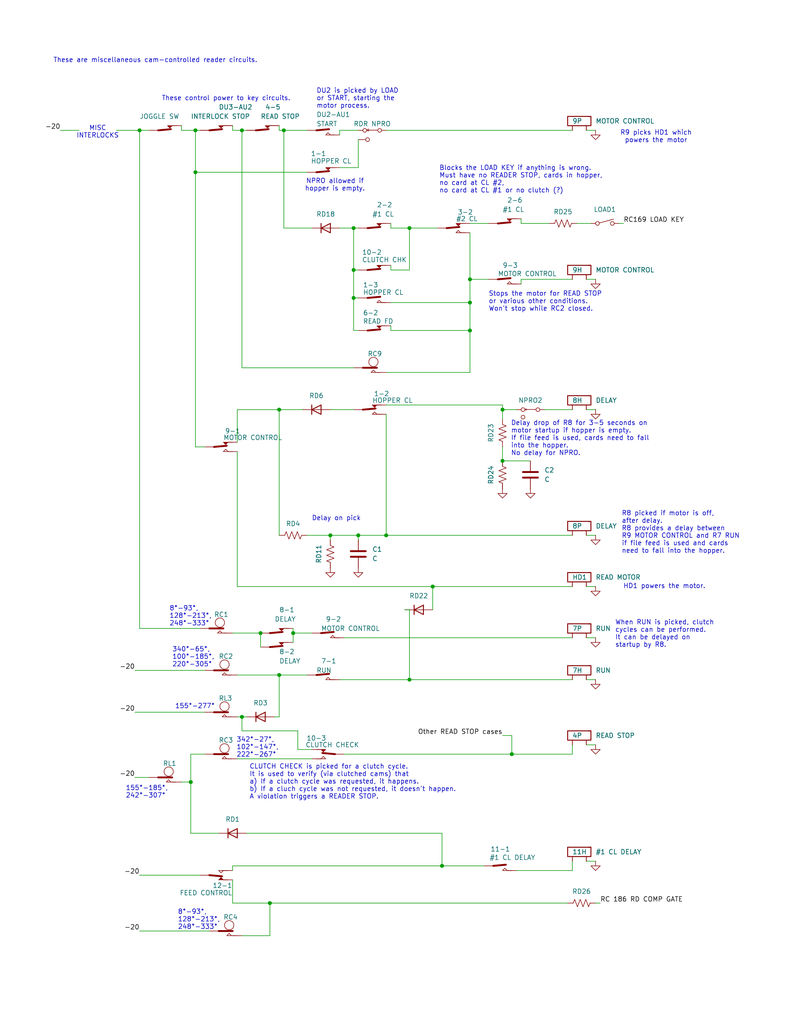
<source format=kicad_sch>
(kicad_sch (version 20231120) (generator "eeschema") (generator_version "8.0")
  (paper "USLetter" portrait)
  (title_block (title "IBM 1402 Reader Circuits") (date "2024-02-26") (rev "0.1") (comment 1 "Ken Shirriff"))
  (lib_symbols
    (symbol "Device:C" (pin_numbers hide) (pin_names (offset 0.254))
      (property "Reference" "C" (at 0.635 2.54 0))
      (property "Value" "C" (at 0.635 -2.54 0))
      (symbol "C_0_1"
        (polyline (pts (xy -2.032 -0.762) (xy 2.032 -0.762)) (stroke (width 0.508)))
        (polyline (pts (xy -2.032 0.762) (xy 2.032 0.762)) (stroke (width 0.508)))
      )
      (symbol "C_1_1"
        (pin passive line (at 0 3.81 270) (length 2.794) (name "~") (number "1"))
        (pin passive line (at 0 -3.81 90) (length 2.794) (name "~") (number "2"))
      )
    )
    (symbol "Device:R_US" (pin_numbers hide) (pin_names (offset 0))
      (property "Reference" "R" (at 2.54 0 90))
      (property "Value" "R_US" (at -2.54 0 90))
      (symbol "R_US_0_1"
        (polyline (pts (xy 0 -2.286) (xy 0 -2.54)))
        (polyline (pts (xy 0 2.286) (xy 0 2.54)))
        (polyline (pts (xy 0 -0.762) (xy 1.016 -1.143) (xy 0 -1.524) (xy -1.016 -1.905) (xy 0 -2.286)))
        (polyline (pts (xy 0 0.762) (xy 1.016 0.381) (xy 0 0) (xy -1.016 -0.381) (xy 0 -0.762)))
        (polyline (pts (xy 0 2.286) (xy 1.016 1.905) (xy 0 1.524) (xy -1.016 1.143) (xy 0 0.762)))
      )
      (symbol "R_US_1_1"
        (pin passive line (at 0 3.81 270) (length 1.27) (name "~") (number "1"))
        (pin passive line (at 0 -3.81 90) (length 1.27) (name "~") (number "2"))
      )
    )
    (symbol "Diode:1N4148W" (pin_numbers hide) (pin_names hide)
      (property "Reference" "D" (at 0 2.54 0))
      (property "Value" "1N4148W" (at 0 -2.54 0))
      (symbol "1N4148W_0_1"
        (polyline (pts (xy -1.27 1.27) (xy -1.27 -1.27)) (stroke (width 0.254)))
        (polyline (pts (xy 1.27 0) (xy -1.27 0)))
        (polyline (pts (xy 1.27 1.27) (xy 1.27 -1.27) (xy -1.27 0) (xy 1.27 1.27)) (stroke (width 0.254)))
      )
      (symbol "1N4148W_1_1"
        (pin passive line (at -3.81 0 0) (length 2.54) (name "K") (number "1"))
        (pin passive line (at 3.81 0 180) (length 2.54) (name "A") (number "2"))
      )
    )
    (symbol "ibm:GND" (power) (pin_names (offset 0))
      (symbol "GND_0_1"
        (polyline (pts (xy 0 0) (xy 0 -1.27) (xy 1.27 -1.27) (xy 0 -2.54) (xy -1.27 -1.27) (xy 0 -1.27)))
      )
      (symbol "GND_1_1"
        (pin passive line (at 0 0 0) (length 0) (name "") (number ""))
      )
    )
    (symbol "ibm:cam" (pin_numbers hide) (pin_names (offset 0) hide)
      (symbol "cam_0_0"
        (polyline (pts (xy 8.5632 -1.2675) (xy 6.0232 -1.2675) (xy 6.6582 -0.6325) (xy 7.2932 -1.2675)))
      )
      (symbol "cam_0_1"
        (polyline (pts (xy 3.81 0) (xy 7.62 0)) (stroke (width 0.508)))
        (circle (center 6.6753 1.5881) (radius 1.27))
      )
      (symbol "cam_1_1"
        (pin passive line (at 1.27 0 0) (length 2.54) (name "~") (number "1"))
        (pin passive line (at 10.16 -1.27 180) (length 2.54) (name "~") (number "3"))
      )
    )
    (symbol "ibm:relay-NC" (pin_numbers hide) (pin_names (offset 0) hide)
      (symbol "relay-NC_0_0"
        (polyline (pts (xy 8.89 1.27) (xy 6.35 1.27) (xy 6.985 0.635) (xy 7.62 1.27)) (fill (type outline)))
      )
      (symbol "relay-NC_0_1"
        (polyline (pts (xy 3.81 0) (xy 7.2603 0.3121)) (stroke (width 0.508)))
      )
      (symbol "relay-NC_1_1"
        (pin passive line (at 1.27 0 0) (length 2.54) (name "~") (number "1"))
        (pin passive line (at 10.16 1.27 180) (length 2.54) (name "~") (number "2"))
      )
    )
    (symbol "ibm:relay-NO" (pin_numbers hide) (pin_names (offset 0) hide)
      (symbol "relay-NO_0_0"
        (polyline (pts (xy 8.89 -1.27) (xy 6.35 -1.27) (xy 6.985 -0.635) (xy 7.62 -1.27)))
      )
      (symbol "relay-NO_0_1"
        (polyline (pts (xy 3.81 0) (xy 7.2603 0.3121)) (stroke (width 0.508)))
      )
      (symbol "relay-NO_1_1"
        (pin passive line (at 1.27 0 0) (length 2.54) (name "~") (number "1"))
        (pin passive line (at 10.16 -1.27 180) (length 2.54) (name "~") (number "3"))
      )
    )
    (symbol "ibm:relay-NONC" (pin_numbers hide) (pin_names (offset 0) hide)
      (symbol "relay-NONC_0_0"
        (polyline (pts (xy 8.89 -1.27) (xy 6.35 -1.27) (xy 6.985 -0.635) (xy 7.62 -1.27)))
        (polyline (pts (xy 8.89 1.27) (xy 6.35 1.27) (xy 6.985 0.635) (xy 7.62 1.27)) (fill (type outline)))
      )
      (symbol "relay-NONC_0_1"
        (polyline (pts (xy 3.81 0) (xy 7.2603 0.3121)) (stroke (width 0.508)))
      )
      (symbol "relay-NONC_1_1"
        (pin passive line (at 1.27 0 0) (length 2.54) (name "~") (number "1"))
        (pin passive line (at 10.16 1.27 180) (length 2.54) (name "~") (number "2"))
        (pin passive line (at 10.16 -1.27 180) (length 2.54) (name "~") (number "3"))
      )
    )
    (symbol "ibm:relay-coil" (pin_numbers hide) (pin_names (offset 0) hide)
      (property "Reference" "R" (at -2.54 5.08 0))
      (property "Value" "relay-coil" (at -2.54 2.54 0))
      (symbol "relay-coil_0_1"
        (rectangle (start -3.81 1.27) (end 2.54 -1.27) (stroke (width 0.254)))
        (polyline (pts (xy 1.905 1.27) (xy 2.54 1.27)) (stroke (width 0.254)))
      )
      (symbol "relay-coil_1_1"
        (pin passive line (at -2.54 -2.54 90) (length 1.27) (name "~") (number "1"))
        (pin passive line (at 1.27 -2.54 90) (length 1.27) (name "~") (number "2"))
      )
    )
    (symbol "ibm:switch" (pin_names (offset 0) hide)
      (property "Reference" "SW" (at 0 3.81 0))
      (symbol "switch_0_0"
        (circle (center -2.032 0) (radius 0.508))
        (polyline (pts (xy -1.524 0.127) (xy 2.3622 1.1684)))
        (circle (center 2.032 0) (radius 0.508))
      )
      (symbol "switch_0_1"
        (polyline (pts (xy -3.81 0) (xy -2.54 0)))
        (polyline (pts (xy 3.81 0) (xy 2.54 0)))
      )
      (symbol "switch_1_1"
        (pin passive line (at -3.81 0 0) (length 0) (name "~") (number ""))
        (pin passive line (at 3.81 0 180) (length 0) (name "~") (number ""))
      )
    )
    (symbol "ibm:switch_NC" (pin_names (offset 0) hide)
      (property "Reference" "SW" (at 0 3.81 0))
      (symbol "switch_NC_0_0"
        (circle (center -2.032 0) (radius 0.508))
        (polyline (pts (xy -1.522 0.0565) (xy 1.4768 0.051)))
        (circle (center 2.0255 -2.0414) (radius 0.508))
        (circle (center 2.032 0) (radius 0.508))
      )
      (symbol "switch_NC_0_1"
        (polyline (pts (xy -3.81 0) (xy -2.54 0)))
        (polyline (pts (xy 3.81 0) (xy 2.54 0)))
      )
      (symbol "switch_NC_1_1"
        (polyline (pts (xy 1.1261 -0.1247) (xy 1.3933 0.0233)))
        (polyline (pts (xy 1.1261 0.2317) (xy 1.3933 0.0837)))
        (pin passive line (at -3.81 0 0) (length 0) (name "~") (number ""))
        (pin passive line (at 3.81 0 180) (length 0) (name "~") (number ""))
      )
    )
    (symbol "ibm:switch_NONC" (pin_names (offset 0) hide)
      (property "Reference" "SW" (at 0 3.81 0))
      (symbol "switch_NONC_0_0"
        (circle (center -2.032 0) (radius 0.508))
        (polyline (pts (xy -1.522 0.0565) (xy 1.4768 0.051)))
        (circle (center 1.27 -2.54) (radius 0.508))
        (circle (center 2.032 0) (radius 0.508))
      )
      (symbol "switch_NONC_0_1"
        (polyline (pts (xy -3.81 0) (xy -2.54 0)))
        (polyline (pts (xy 3.81 -2.54) (xy 1.8373 -2.5335)))
        (polyline (pts (xy 3.81 0) (xy 2.54 0)))
      )
      (symbol "switch_NONC_1_1"
        (polyline (pts (xy 0.9317 -0.2097) (xy 1.3933 0.0233)))
        (polyline (pts (xy 0.9317 0.3599) (xy 1.3933 0.0837)))
        (pin passive line (at -3.81 0 0) (length 0) (name "~") (number ""))
        (pin passive line (at 3.81 -2.54 180) (length 0) (name "~") (number ""))
        (pin passive line (at 3.81 0 180) (length 0) (name "~") (number ""))
      )
    )
  )
  (junction (at 90.17 146.05))
  (junction (at 66.04 195.58))
  (junction (at 128.27 90.17))
  (junction (at 128.27 76.2))
  (junction (at 71.12 172.72))
  (junction (at 96.52 73.66))
  (junction (at 111.76 62.23))
  (junction (at 97.79 146.05))
  (junction (at 52.07 213.36))
  (junction (at 96.52 62.23))
  (junction (at 105.41 146.05))
  (junction (at 73.66 246.38))
  (junction (at 139.7 205.74))
  (junction (at 77.47 35.56))
  (junction (at 118.11 160.02))
  (junction (at 120.65 236.22))
  (junction (at 137.16 125.73))
  (junction (at 53.34 46.99))
  (junction (at 137.16 111.76))
  (junction (at 66.04 35.56))
  (junction (at 96.52 81.28))
  (junction (at 76.2 184.15))
  (junction (at 53.34 35.56))
  (junction (at 38.1 35.56))
  (junction (at 111.76 185.42))
  (junction (at 80.01 172.72))
  (junction (at 128.27 82.55))
  (junction (at 76.2 111.76))
  (wire (pts (xy 128.27 82.55) (xy 128.27 90.17)))
  (wire (pts (xy 106.68 72.39) (xy 106.68 73.66)))
  (wire (pts (xy 128.27 60.96) (xy 133.35 60.96)))
  (wire (pts (xy 156.21 203.2) (xy 156.21 205.74)))
  (wire (pts (xy 64.77 207.01) (xy 85.09 207.01)))
  (wire (pts (xy 128.27 76.2) (xy 128.27 82.55)))
  (wire (pts (xy 76.2 111.76) (xy 82.55 111.76)))
  (wire (pts (xy 90.17 111.76) (xy 96.52 111.76)))
  (wire (pts (xy 36.83 212.09) (xy 40.64 212.09)))
  (wire (pts (xy 118.11 160.02) (xy 156.21 160.02)))
  (wire (pts (xy 137.16 121.92) (xy 137.16 125.73)))
  (wire (pts (xy 96.52 90.17) (xy 97.79 90.17)))
  (wire (pts (xy 66.04 195.58) (xy 66.04 199.39)))
  (wire (pts (xy 67.31 195.58) (xy 66.04 195.58)))
  (wire (pts (xy 81.28 199.39) (xy 81.28 204.47)))
  (wire (pts (xy 80.01 172.72) (xy 80.01 175.26)))
  (wire (pts (xy 120.65 236.22) (xy 63.5 236.22)))
  (wire (pts (xy 76.2 111.76) (xy 76.2 146.05)))
  (wire (pts (xy 80.01 171.45) (xy 80.01 172.72)))
  (wire (pts (xy 137.16 111.76) (xy 137.16 114.3)))
  (wire (pts (xy 160.02 234.95) (xy 162.56 234.95)))
  (wire (pts (xy 66.04 35.56) (xy 66.04 100.33)))
  (wire (pts (xy 36.83 194.31) (xy 55.88 194.31)))
  (wire (pts (xy 128.27 63.5) (xy 128.27 76.2)))
  (wire (pts (xy 140.97 237.49) (xy 156.21 237.49)))
  (wire (pts (xy 160.02 160.02) (xy 162.56 160.02)))
  (wire (pts (xy 83.82 146.05) (xy 90.17 146.05)))
  (wire (pts (xy 76.2 195.58) (xy 74.93 195.58)))
  (wire (pts (xy 66.04 199.39) (xy 81.28 199.39)))
  (wire (pts (xy 52.07 213.36) (xy 52.07 227.33)))
  (wire (pts (xy 160.02 146.05) (xy 162.56 146.05)))
  (wire (pts (xy 67.31 227.33) (xy 120.65 227.33)))
  (wire (pts (xy 97.79 147.32) (xy 97.79 146.05)))
  (wire (pts (xy 139.7 200.66) (xy 139.7 205.74)))
  (wire (pts (xy 96.52 62.23) (xy 96.52 73.66)))
  (wire (pts (xy 77.47 35.56) (xy 77.47 62.23)))
  (wire (pts (xy 64.77 160.02) (xy 118.11 160.02)))
  (wire (pts (xy 49.53 34.29) (xy 49.53 35.56)))
  (wire (pts (xy 105.41 35.56) (xy 156.21 35.56)))
  (wire (pts (xy 52.07 213.36) (xy 52.07 205.74)))
  (wire (pts (xy 111.76 62.23) (xy 111.76 73.66)))
  (wire (pts (xy 106.68 90.17) (xy 128.27 90.17)))
  (wire (pts (xy 105.41 101.6) (xy 128.27 101.6)))
  (wire (pts (xy 157.48 60.96) (xy 161.29 60.96)))
  (wire (pts (xy 139.7 200.66) (xy 137.16 200.66)))
  (wire (pts (xy 36.83 182.88) (xy 55.88 182.88)))
  (wire (pts (xy 142.24 77.47) (xy 142.24 76.2)))
  (wire (pts (xy 64.77 111.76) (xy 64.77 120.65)))
  (wire (pts (xy 160.02 111.76) (xy 162.56 111.76)))
  (wire (pts (xy 105.41 146.05) (xy 105.41 113.03)))
  (wire (pts (xy 97.79 81.28) (xy 96.52 81.28)))
  (wire (pts (xy 162.56 246.38) (xy 163.83 246.38)))
  (wire (pts (xy 105.41 110.49) (xy 137.16 110.49)))
  (wire (pts (xy 142.24 60.96) (xy 149.86 60.96)))
  (wire (pts (xy 73.66 246.38) (xy 63.5 246.38)))
  (wire (pts (xy 142.24 76.2) (xy 156.21 76.2)))
  (wire (pts (xy 92.71 35.56) (xy 97.79 35.56)))
  (wire (pts (xy 168.91 60.96) (xy 170.18 60.96)))
  (wire (pts (xy 71.12 172.72) (xy 71.12 176.53)))
  (wire (pts (xy 53.34 35.56) (xy 54.61 35.56)))
  (wire (pts (xy 111.76 166.37) (xy 111.76 185.42)))
  (wire (pts (xy 66.04 195.58) (xy 64.77 195.58)))
  (wire (pts (xy 63.5 34.29) (xy 63.5 35.56)))
  (wire (pts (xy 76.2 35.56) (xy 77.47 35.56)))
  (wire (pts (xy 93.98 173.99) (xy 156.21 173.99)))
  (wire (pts (xy 128.27 90.17) (xy 128.27 101.6)))
  (wire (pts (xy 64.77 123.19) (xy 64.77 160.02)))
  (wire (pts (xy 96.52 81.28) (xy 96.52 90.17)))
  (wire (pts (xy 92.71 62.23) (xy 96.52 62.23)))
  (wire (pts (xy 106.68 60.96) (xy 106.68 62.23)))
  (wire (pts (xy 63.5 240.03) (xy 63.5 246.38)))
  (wire (pts (xy 106.68 88.9) (xy 106.68 90.17)))
  (wire (pts (xy 64.77 111.76) (xy 76.2 111.76)))
  (wire (pts (xy 76.2 184.15) (xy 76.2 195.58)))
  (wire (pts (xy 106.68 62.23) (xy 111.76 62.23)))
  (wire (pts (xy 63.5 236.22) (xy 63.5 237.49)))
  (wire (pts (xy 38.1 238.76) (xy 54.61 238.76)))
  (wire (pts (xy 53.34 121.92) (xy 55.88 121.92)))
  (wire (pts (xy 142.24 59.69) (xy 142.24 60.96)))
  (wire (pts (xy 156.21 111.76) (xy 148.59 111.76)))
  (wire (pts (xy 90.17 146.05) (xy 90.17 147.32)))
  (wire (pts (xy 66.04 255.27) (xy 73.66 255.27)))
  (wire (pts (xy 93.98 205.74) (xy 139.7 205.74)))
  (wire (pts (xy 106.68 73.66) (xy 111.76 73.66)))
  (wire (pts (xy 38.1 171.45) (xy 54.61 171.45)))
  (wire (pts (xy 52.07 205.74) (xy 55.88 205.74)))
  (wire (pts (xy 38.1 35.56) (xy 40.64 35.56)))
  (wire (pts (xy 160.02 185.42) (xy 162.56 185.42)))
  (wire (pts (xy 105.41 146.05) (xy 97.79 146.05)))
  (wire (pts (xy 97.79 38.1) (xy 97.79 45.72)))
  (wire (pts (xy 156.21 146.05) (xy 105.41 146.05)))
  (wire (pts (xy 64.77 184.15) (xy 76.2 184.15)))
  (wire (pts (xy 92.71 36.83) (xy 92.71 35.56)))
  (wire (pts (xy 154.94 246.38) (xy 73.66 246.38)))
  (wire (pts (xy 80.01 172.72) (xy 85.09 172.72)))
  (wire (pts (xy 160.02 203.2) (xy 162.56 203.2)))
  (wire (pts (xy 66.04 35.56) (xy 67.31 35.56)))
  (wire (pts (xy 96.52 62.23) (xy 97.79 62.23)))
  (wire (pts (xy 53.34 46.99) (xy 83.82 46.99)))
  (wire (pts (xy 31.75 35.56) (xy 38.1 35.56)))
  (wire (pts (xy 137.16 111.76) (xy 137.16 110.49)))
  (wire (pts (xy 160.02 76.2) (xy 162.56 76.2)))
  (wire (pts (xy 63.5 172.72) (xy 71.12 172.72)))
  (wire (pts (xy 106.68 82.55) (xy 128.27 82.55)))
  (wire (pts (xy 63.5 35.56) (xy 66.04 35.56)))
  (wire (pts (xy 139.7 205.74) (xy 156.21 205.74)))
  (wire (pts (xy 66.04 100.33) (xy 96.52 100.33)))
  (wire (pts (xy 137.16 125.73) (xy 144.78 125.73)))
  (wire (pts (xy 160.02 173.99) (xy 162.56 173.99)))
  (wire (pts (xy 52.07 227.33) (xy 59.69 227.33)))
  (wire (pts (xy 77.47 35.56) (xy 83.82 35.56)))
  (wire (pts (xy 77.47 62.23) (xy 85.09 62.23)))
  (wire (pts (xy 53.34 35.56) (xy 49.53 35.56)))
  (wire (pts (xy 96.52 73.66) (xy 96.52 81.28)))
  (wire (pts (xy 76.2 184.15) (xy 83.82 184.15)))
  (wire (pts (xy 120.65 227.33) (xy 120.65 236.22)))
  (wire (pts (xy 81.28 204.47) (xy 85.09 204.47)))
  (wire (pts (xy 111.76 185.42) (xy 156.21 185.42)))
  (wire (pts (xy 92.71 45.72) (xy 97.79 45.72)))
  (wire (pts (xy 90.17 146.05) (xy 97.79 146.05)))
  (wire (pts (xy 57.15 254) (xy 38.1 254)))
  (wire (pts (xy 53.34 46.99) (xy 53.34 121.92)))
  (wire (pts (xy 53.34 35.56) (xy 53.34 46.99)))
  (wire (pts (xy 38.1 35.56) (xy 38.1 171.45)))
  (wire (pts (xy 160.02 35.56) (xy 162.56 35.56)))
  (wire (pts (xy 92.71 185.42) (xy 111.76 185.42)))
  (wire (pts (xy 52.07 213.36) (xy 49.53 213.36)))
  (wire (pts (xy 120.65 236.22) (xy 132.08 236.22)))
  (wire (pts (xy 128.27 76.2) (xy 133.35 76.2)))
  (wire (pts (xy 111.76 62.23) (xy 119.38 62.23)))
  (wire (pts (xy 73.66 246.38) (xy 73.66 255.27)))
  (wire (pts (xy 156.21 234.95) (xy 156.21 237.49)))
  (wire (pts (xy 118.11 160.02) (xy 118.11 166.37)))
  (wire (pts (xy 16.51 35.56) (xy 21.59 35.56)))
  (wire (pts (xy 96.52 73.66) (xy 97.79 73.66)))
  (wire (pts (xy 111.76 166.37) (xy 110.49 166.37)))
  (wire (pts (xy 137.16 111.76) (xy 140.97 111.76)))
  (wire (pts (xy 76.2 34.29) (xy 76.2 35.56)))
  (text "Stops the motor for READ STOP\nor various other conditions.\nWon't stop while RC2 closed." (at 133.35 85.09 0) (effects (font (size 1.27 1.27)) (justify left bottom)))
  (text "155°-277°" (at 47.752 192.786 0) (effects (font (size 1.27 1.27)) (justify left)))
  (text "R9 picks HD1 which\npowers the motor" (at 179.07 37.338 0) (effects (font (size 1.27 1.27))))
  (text "Delay on pick" (at 85.09 142.24 0) (effects (font (size 1.27 1.27)) (justify left bottom)))
  (text "CLUTCH CHECK is picked for a clutch cycle.\nIt is used to verify (via clutched cams) that\na) If a clutch cycle was requested, it happens.\nb) If a cluch cycle was not requested, it doesn't happen.\nA violation triggers a READER STOP." (at 68.072 218.186 0) (effects (font (size 1.27 1.27)) (justify left bottom)))
  (text "MISC\nINTERLOCKS" (at 26.67 37.846 0) (effects (font (size 1.27 1.27)) (justify bottom)))
  (text "8°-93°,\n128°-213°,\n248°-333°" (at 46.228 168.148 0) (effects (font (size 1.27 1.27)) (justify left)))
  (text "Delay drop of R8 for 3-5 seconds on\nmotor startup if hopper is empty.\nIf file feed is used, cards need to fall\ninto the hopper.\nNo delay for NPRO." (at 139.446 124.46 0) (effects (font (size 1.27 1.27)) (justify left bottom)))
  (text "These control power to key circuits." (at 61.722 26.924 0) (effects (font (size 1.27 1.27))))
  (text "These are miscellaneous cam-controlled reader circuits." (at 42.418 16.51 0) (effects (font (size 1.27 1.27))))
  (text "340°-65°,\n100°-185°,\n220°-305°" (at 46.99 179.324 0) (effects (font (size 1.27 1.27)) (justify left)))
  (text "Blocks the LOAD KEY if anything is wrong.\nMust have no READER STOP, cards in hopper,\nno card at CL #2,\nno card at CL #1 or no clutch (?)" (at 119.888 52.832 0) (effects (font (size 1.27 1.27)) (justify left bottom)))
  (text "DU2 is picked by LOAD\nor START, starting the\nmotor process." (at 86.36 26.924 0) (effects (font (size 1.27 1.27)) (justify left)))
  (text "8°-93°,\n128°-213°,\n248°-333°" (at 48.514 250.952 0) (effects (font (size 1.27 1.27)) (justify left)))
  (text "NPRO allowed if\nhopper is empty." (at 91.44 50.546 0) (effects (font (size 1.27 1.27))))
  (text "155°-185°,\n242°-307°" (at 34.29 216.154 0) (effects (font (size 1.27 1.27)) (justify left)))
  (text "342°-27°,\n102°-147°,\n222°-267°" (at 64.516 203.962 0) (effects (font (size 1.27 1.27)) (justify left)))
  (text "HD1 powers the motor." (at 181.356 160.02 0) (effects (font (size 1.27 1.27))))
  (text "R8 picked if motor is off,\nafter delay.\nR8 provides a delay between\nR9 MOTOR CONTROL and R7 RUN\nif file feed is used and cards\nneed to fall into the hopper." (at 169.672 151.13 0) (effects (font (size 1.27 1.27)) (justify left bottom)))
  (text "When RUN is picked, clutch\ncycles can be performed.\nIt can be delayed on\nstartup by R8." (at 167.894 172.974 0) (effects (font (size 1.27 1.27)) (justify left)))
  (label "-20" (at 38.1 238.76 180))
  (label "-20" (at 36.83 182.88 180))
  (label "-20" (at 36.83 212.09 180))
  (label "RC 186 RD COMP GATE" (at 163.83 246.38 0))
  (label "-20" (at 16.51 35.56 180))
  (label "Other READ STOP cases" (at 137.16 200.66 180))
  (label "RC169 LOAD KEY" (at 170.18 60.96 0))
  (label "-20" (at 36.83 194.31 180))
  (label "-20" (at 38.1 254 180))
  (symbol (lib_id "ibm:switch") (at 165.1 60.96 0) (unit 1)
    (property "Reference" "LOAD1" (at 165.1 57.15 0))
    (property "Value" "switch" (effects (hide yes)))
  )
  (symbol (lib_id "ibm:relay-coil") (at 158.75 182.88 0) (unit 1)
    (property "Reference" "7H" (at 156.21 182.88 0) (effects (justify left)))
    (property "Value" "RUN" (at 162.56 182.88 0) (effects (justify left)))
  )
  (symbol (lib_id "Device:R_US") (at 153.67 60.96 90) (unit 1)
    (property "Reference" "RD25" (at 153.67 57.785 90))
    (property "Value" "R_US" (effects (hide yes)))
  )
  (symbol (lib_id "ibm:relay-coil") (at 158.75 73.66 0) (unit 1)
    (property "Reference" "9H" (at 156.21 73.66 0) (effects (justify left)))
    (property "Value" "MOTOR CONTROL" (at 162.56 73.66 0) (effects (justify left)))
  )
  (symbol (lib_id "ibm:relay-NC") (at 69.85 172.72 0) (unit 1)
    (property "Reference" "8-1" (at 76.2 166.37 0) (effects (justify left)))
    (property "Value" "DELAY" (at 74.93 168.91 0) (effects (justify left)))
  )
  (symbol (lib_id "ibm:relay-coil") (at 158.75 157.48 0) (unit 1)
    (property "Reference" "HD1" (at 156.21 157.48 0) (effects (justify left)))
    (property "Value" "READ MOTOR" (at 162.56 157.48 0) (effects (justify left)))
  )
  (symbol (lib_id "Device:C") (at 97.79 151.13 0) (unit 1)
    (property "Reference" "C1" (at 101.6 149.86 0) (effects (justify left)))
    (property "Value" "C" (at 101.6 152.4 0) (effects (justify left)))
  )
  (symbol (lib_id "Diode:1N4148W") (at 71.12 195.58 0) (unit 1)
    (property "Reference" "RD3" (at 71.12 191.77 0))
    (property "Value" "1N4148W" (effects (hide yes)))
    (property "Footprint" "Diode_SMD:D_SOD-123" (effects (hide yes)))
    (property "Datasheet" "https://www.vishay.com/docs/85748/1n4148w.pdf" (effects (hide yes)))
    (property "Sim.Device" "D" (effects (hide yes)))
    (property "Sim.Pins" "1=K 2=A" (effects (hide yes)))
  )
  (symbol (lib_id "ibm:switch_NC") (at 144.78 111.76 0) (mirror y) (unit 1)
    (property "Reference" "NPRO2" (at 144.78 109.22 0))
    (property "Value" "switch" (effects (hide yes)))
  )
  (symbol (lib_id "ibm:relay-coil") (at 158.75 33.02 0) (unit 1)
    (property "Reference" "9P" (at 156.21 33.02 0) (effects (justify left)))
    (property "Value" "MOTOR CONTROL" (at 162.56 33.02 0) (effects (justify left)))
  )
  (symbol (lib_id "ibm:relay-NC") (at 82.55 46.99 0) (unit 1)
    (property "Reference" "1-1" (at 84.836 41.91 0) (effects (justify left)))
    (property "Value" "HOPPER CL" (at 84.836 43.942 0) (effects (justify left)))
  )
  (symbol (lib_id "ibm:relay-NO") (at 96.52 81.28 0) (unit 1)
    (property "Reference" "1-3" (at 99.06 77.724 0) (effects (justify left)))
    (property "Value" "HOPPER CL" (at 99.06 79.756 0) (effects (justify left)))
  )
  (symbol (lib_id "ibm:GND") (at 97.79 154.94 0) (unit 1)
    (property "Reference" "#PWR02" (effects (hide yes)))
    (property "Value" "GND" (effects (hide yes)))
  )
  (symbol (lib_id "ibm:switch_NONC") (at 101.6 35.56 0) (mirror y) (unit 1)
    (property "Reference" "SW3" (effects (hide yes)))
    (property "Value" "RDR NPRO" (at 101.6 33.782 0))
  )
  (symbol (lib_id "Diode:1N4148W") (at 86.36 111.76 0) (unit 1)
    (property "Reference" "RD6" (at 86.36 107.95 0))
    (property "Value" "1N4148W" (effects (hide yes)))
    (property "Footprint" "Diode_SMD:D_SOD-123" (effects (hide yes)))
    (property "Datasheet" "https://www.vishay.com/docs/85748/1n4148w.pdf" (effects (hide yes)))
    (property "Sim.Device" "D" (effects (hide yes)))
    (property "Sim.Pins" "1=K 2=A" (effects (hide yes)))
  )
  (symbol (lib_id "Diode:1N4148W") (at 88.9 62.23 0) (unit 1)
    (property "Reference" "RD18" (at 88.9 58.42 0))
    (property "Value" "1N4148W" (effects (hide yes)))
    (property "Footprint" "Diode_SMD:D_SOD-123" (effects (hide yes)))
    (property "Datasheet" "https://www.vishay.com/docs/85748/1n4148w.pdf" (effects (hide yes)))
    (property "Sim.Device" "D" (effects (hide yes)))
    (property "Sim.Pins" "1=K 2=A" (effects (hide yes)))
  )
  (symbol (lib_id "Device:R_US") (at 137.16 129.54 180) (unit 1)
    (property "Reference" "RD24" (at 133.985 129.54 90))
    (property "Value" "R_US" (effects (hide yes)))
  )
  (symbol (lib_id "ibm:GND") (at 162.56 76.2 0) (unit 1)
    (property "Reference" "#PWR018" (effects (hide yes)))
    (property "Value" "GND" (effects (hide yes)))
  )
  (symbol (lib_id "ibm:relay-coil") (at 158.75 171.45 0) (unit 1)
    (property "Reference" "7P" (at 156.21 171.45 0) (effects (justify left)))
    (property "Value" "RUN" (at 162.56 171.45 0) (effects (justify left)))
  )
  (symbol (lib_id "ibm:cam") (at 54.61 194.31 0) (unit 1)
    (property "Reference" "RL3" (at 59.69 190.5 0) (effects (justify left)))
  )
  (symbol (lib_id "ibm:relay-NONC") (at 95.25 205.74 0) (mirror y) (unit 1)
    (property "Reference" "10-3" (at 86.36 200.66 0) (effects (justify top)))
    (property "Value" "CLUTCH CHECK" (at 98.044 203.2 0) (effects (justify left)))
  )
  (symbol (lib_id "ibm:GND") (at 162.56 185.42 0) (unit 1)
    (property "Reference" "#PWR017" (effects (hide yes)))
    (property "Value" "GND" (effects (hide yes)))
  )
  (symbol (lib_id "ibm:relay-NC") (at 39.37 35.56 0) (unit 1)
    (property "Reference" "DU3-AU1" (effects (hide yes)))
    (property "Value" "JOGGLE SW" (at 38.1 31.75 0) (effects (justify left)))
  )
  (symbol (lib_id "ibm:relay-NONC") (at 54.61 121.92 0) (unit 1)
    (property "Reference" "9-1" (at 63.5 116.84 0) (effects (justify top)))
    (property "Value" "MOTOR CONTROL" (at 60.96 119.38 0) (effects (justify left)))
  )
  (symbol (lib_id "ibm:relay-NC") (at 66.04 35.56 0) (unit 1)
    (property "Reference" "4-5" (at 72.39 29.21 0) (effects (justify left)))
    (property "Value" "READ STOP" (at 71.12 31.75 0) (effects (justify left)))
  )
  (symbol (lib_id "Device:R_US") (at 80.01 146.05 90) (unit 1)
    (property "Reference" "RD4" (at 80.01 142.875 90))
    (property "Value" "R_US" (effects (hide yes)))
  )
  (symbol (lib_id "ibm:GND") (at 162.56 203.2 0) (unit 1)
    (property "Reference" "#PWR011" (effects (hide yes)))
    (property "Value" "GND" (effects (hide yes)))
  )
  (symbol (lib_id "ibm:relay-coil") (at 158.75 200.66 0) (unit 1)
    (property "Reference" "4P" (at 156.21 200.66 0) (effects (justify left)))
    (property "Value" "READ STOP" (at 162.56 200.66 0) (effects (justify left)))
  )
  (symbol (lib_id "ibm:relay-NO") (at 132.08 76.2 0) (unit 1)
    (property "Reference" "9-3" (at 137.16 72.39 0) (effects (justify left)))
    (property "Value" "MOTOR CONTROL" (at 135.89 74.676 0) (effects (justify left)))
  )
  (symbol (lib_id "Device:R_US") (at 90.17 151.13 180) (unit 1)
    (property "Reference" "RD11" (at 86.995 151.13 90))
    (property "Value" "R_US" (effects (hide yes)))
  )
  (symbol (lib_id "ibm:cam") (at 39.37 212.09 0) (unit 1)
    (property "Reference" "RL1" (at 44.45 208.28 0) (effects (justify left)))
  )
  (symbol (lib_id "ibm:relay-coil") (at 158.75 109.22 0) (unit 1)
    (property "Reference" "8H" (at 156.21 109.22 0) (effects (justify left)))
    (property "Value" "DELAY" (at 162.56 109.22 0) (effects (justify left)))
  )
  (symbol (lib_id "ibm:relay-NO") (at 82.55 35.56 0) (unit 1)
    (property "Reference" "DU2-AU1" (at 86.36 31.242 0) (effects (justify left)))
    (property "Value" "START" (at 86.36 33.782 0) (effects (justify left)))
  )
  (symbol (lib_id "Diode:1N4148W") (at 114.3 166.37 0) (unit 1)
    (property "Reference" "RD22" (at 114.3 162.56 0))
    (property "Value" "1N4148W" (effects (hide yes)))
    (property "Footprint" "Diode_SMD:D_SOD-123" (effects (hide yes)))
    (property "Datasheet" "https://www.vishay.com/docs/85748/1n4148w.pdf" (effects (hide yes)))
    (property "Sim.Device" "D" (effects (hide yes)))
    (property "Sim.Pins" "1=K 2=A" (effects (hide yes)))
  )
  (symbol (lib_id "Device:C") (at 144.78 129.54 0) (unit 1)
    (property "Reference" "C2" (at 148.59 128.27 0) (effects (justify left)))
    (property "Value" "C" (at 148.59 130.81 0) (effects (justify left)))
  )
  (symbol (lib_id "Diode:1N4148W") (at 63.5 227.33 0) (unit 1)
    (property "Reference" "RD1" (at 63.5 223.52 0))
    (property "Value" "1N4148W" (effects (hide yes)))
    (property "Footprint" "Diode_SMD:D_SOD-123" (effects (hide yes)))
    (property "Datasheet" "https://www.vishay.com/docs/85748/1n4148w.pdf" (effects (hide yes)))
    (property "Sim.Device" "D" (effects (hide yes)))
    (property "Sim.Pins" "1=K 2=A" (effects (hide yes)))
  )
  (symbol (lib_id "ibm:GND") (at 162.56 111.76 0) (unit 1)
    (property "Reference" "#PWR019" (effects (hide yes)))
    (property "Value" "GND" (effects (hide yes)))
  )
  (symbol (lib_id "ibm:GND") (at 162.56 173.99 0) (unit 1)
    (property "Reference" "#PWR024" (effects (hide yes)))
    (property "Value" "GND" (effects (hide yes)))
  )
  (symbol (lib_id "ibm:GND") (at 162.56 35.56 0) (unit 1)
    (property "Reference" "#PWR05" (effects (hide yes)))
    (property "Value" "GND" (effects (hide yes)))
  )
  (symbol (lib_id "ibm:relay-NO") (at 130.81 236.22 0) (unit 1)
    (property "Reference" "11-1" (at 133.858 231.648 0) (effects (justify left)))
    (property "Value" "#1 CL DELAY" (at 133.604 233.934 0) (effects (justify left)))
  )
  (symbol (lib_id "ibm:GND") (at 162.56 146.05 0) (unit 1)
    (property "Reference" "#PWR020" (effects (hide yes)))
    (property "Value" "GND" (effects (hide yes)))
  )
  (symbol (lib_id "ibm:relay-NC") (at 132.08 60.96 0) (unit 1)
    (property "Reference" "2-6" (at 138.43 54.61 0) (effects (justify left)))
    (property "Value" "#1 CL" (at 137.16 57.15 0) (effects (justify left)))
  )
  (symbol (lib_id "ibm:relay-NC") (at 96.52 62.23 0) (unit 1)
    (property "Reference" "2-2" (at 102.87 55.88 0) (effects (justify left)))
    (property "Value" "#1 CL" (at 101.6 58.42 0) (effects (justify left)))
  )
  (symbol (lib_id "ibm:relay-NC") (at 96.52 73.66 0) (unit 1)
    (property "Reference" "10-2" (at 98.806 68.834 0) (effects (justify left)))
    (property "Value" "CLUTCH CHK" (at 98.806 70.866 0) (effects (justify left)))
  )
  (symbol (lib_id "Device:R_US") (at 158.75 246.38 90) (unit 1)
    (property "Reference" "RD26" (at 158.75 243.205 90))
    (property "Value" "R_US" (effects (hide yes)))
  )
  (symbol (lib_id "ibm:cam") (at 55.88 254 0) (unit 1)
    (property "Reference" "RC4" (at 60.96 250.19 0) (effects (justify left)))
  )
  (symbol (lib_id "ibm:relay-NC") (at 53.34 35.56 0) (unit 1)
    (property "Reference" "DU3-AU2" (at 59.69 29.21 0) (effects (justify left)))
    (property "Value" "INTERLOCK STOP" (at 52.07 31.75 0) (effects (justify left)))
  )
  (symbol (lib_id "ibm:cam") (at 95.25 100.33 0) (unit 1)
    (property "Reference" "RC9" (at 100.33 96.52 0) (effects (justify left)))
  )
  (symbol (lib_id "ibm:relay-NC") (at 69.85 176.53 0) (unit 1)
    (property "Reference" "8-2" (at 76.2 177.8 0) (effects (justify left)))
    (property "Value" "DELAY" (at 76.2 180.34 0) (effects (justify left)))
  )
  (symbol (lib_id "ibm:GND") (at 162.56 234.95 0) (unit 1)
    (property "Reference" "#PWR012" (effects (hide yes)))
    (property "Value" "GND" (effects (hide yes)))
  )
  (symbol (lib_id "ibm:cam") (at 54.61 182.88 0) (unit 1)
    (property "Reference" "RC2" (at 59.69 179.07 0) (effects (justify left)))
  )
  (symbol (lib_id "ibm:relay-NC") (at 96.52 90.17 0) (unit 1)
    (property "Reference" "6-2" (at 99.06 85.344 0) (effects (justify left)))
    (property "Value" "READ FD" (at 99.06 87.63 0) (effects (justify left)))
  )
  (symbol (lib_id "ibm:relay-NONC") (at 118.11 62.23 0) (unit 1)
    (property "Reference" "3-2" (at 127 57.15 0) (effects (justify top)))
    (property "Value" "#2 CL" (at 124.46 59.69 0) (effects (justify left)))
  )
  (symbol (lib_id "ibm:relay-coil") (at 158.75 232.41 0) (unit 1)
    (property "Reference" "11H" (at 156.21 232.41 0) (effects (justify left)))
    (property "Value" "#1 CL DELAY" (at 162.56 232.41 0) (effects (justify left)))
  )
  (symbol (lib_id "ibm:cam") (at 53.34 171.45 0) (unit 1)
    (property "Reference" "RC1" (at 58.42 167.64 0) (effects (justify left)))
  )
  (symbol (lib_id "ibm:relay-coil") (at 158.75 143.51 0) (unit 1)
    (property "Reference" "8P" (at 156.21 143.51 0) (effects (justify left)))
    (property "Value" "DELAY" (at 162.56 143.51 0) (effects (justify left)))
  )
  (symbol (lib_id "ibm:relay-NO") (at 83.82 172.72 0) (unit 1)
    (property "Reference" "9-2" (at 88.9 168.91 0) (effects (justify left)))
    (property "Value" "MOTOR CONTROL" (at 87.63 171.45 0) (effects (justify left)))
  )
  (symbol (lib_id "ibm:GND") (at 162.56 160.02 0) (unit 1)
    (property "Reference" "#PWR021" (effects (hide yes)))
    (property "Value" "GND" (effects (hide yes)))
  )
  (symbol (lib_id "ibm:cam") (at 54.61 205.74 0) (unit 1)
    (property "Reference" "RC3" (at 59.69 201.93 0) (effects (justify left)))
  )
  (symbol (lib_id "ibm:GND") (at 144.78 133.35 0) (unit 1)
    (property "Reference" "#PWR04" (effects (hide yes)))
    (property "Value" "GND" (effects (hide yes)))
  )
  (symbol (lib_id "Device:R_US") (at 137.16 118.11 180) (unit 1)
    (property "Reference" "RD23" (at 133.985 118.11 90))
    (property "Value" "R_US" (effects (hide yes)))
  )
  (symbol (lib_id "ibm:GND") (at 90.17 154.94 0) (unit 1)
    (property "Reference" "#PWR01" (effects (hide yes)))
    (property "Value" "GND" (effects (hide yes)))
  )
  (symbol (lib_id "ibm:GND") (at 137.16 133.35 0) (unit 1)
    (property "Reference" "#PWR03" (effects (hide yes)))
    (property "Value" "GND" (effects (hide yes)))
  )
  (symbol (lib_id "ibm:relay-NONC") (at 53.34 238.76 0) (mirror x) (unit 1)
    (property "Reference" "12-1" (at 60.706 242.316 0) (effects (justify top)))
    (property "Value" "FEED CONTROL" (at 49.022 243.586 0) (effects (justify left)))
  )
  (symbol (lib_id "ibm:relay-NO") (at 82.55 184.15 0) (unit 1)
    (property "Reference" "7-1" (at 87.63 180.34 0) (effects (justify left)))
    (property "Value" "RUN" (at 86.36 182.88 0) (effects (justify left)))
  )
  (symbol (lib_id "ibm:relay-NONC") (at 95.25 111.76 0) (unit 1)
    (property "Reference" "1-2" (at 104.14 106.68 0) (effects (justify top)))
    (property "Value" "HOPPER CL" (at 101.6 109.22 0) (effects (justify left)))
  )
)
</source>
